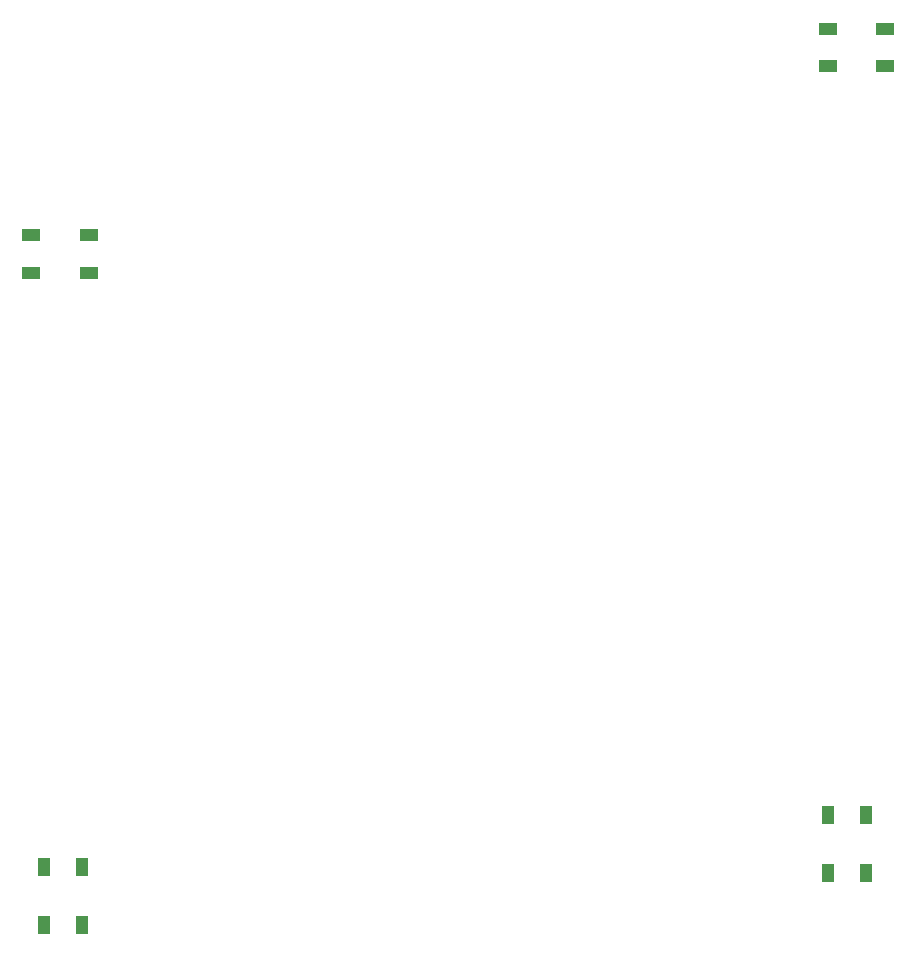
<source format=gbp>
%TF.GenerationSoftware,KiCad,Pcbnew,(5.1.8)-1*%
%TF.CreationDate,2021-05-23T17:25:15+02:00*%
%TF.ProjectId,HERMES PCB,4845524d-4553-4205-9043-422e6b696361,rev?*%
%TF.SameCoordinates,Original*%
%TF.FileFunction,Paste,Bot*%
%TF.FilePolarity,Positive*%
%FSLAX46Y46*%
G04 Gerber Fmt 4.6, Leading zero omitted, Abs format (unit mm)*
G04 Created by KiCad (PCBNEW (5.1.8)-1) date 2021-05-23 17:25:15*
%MOMM*%
%LPD*%
G01*
G04 APERTURE LIST*
%ADD10R,1.500000X1.000000*%
%ADD11R,1.000000X1.500000*%
G04 APERTURE END LIST*
D10*
%TO.C,LED4*%
X69781250Y-79387500D03*
X69781250Y-76187500D03*
X74681250Y-79387500D03*
X74681250Y-76187500D03*
%TD*%
D11*
%TO.C,LED3*%
X70917000Y-129757000D03*
X74117000Y-129757000D03*
X70917000Y-134657000D03*
X74117000Y-134657000D03*
%TD*%
%TO.C,LED2*%
X140506250Y-130243750D03*
X137306250Y-130243750D03*
X140506250Y-125343750D03*
X137306250Y-125343750D03*
%TD*%
D10*
%TO.C,LED1*%
X142150000Y-58725000D03*
X142150000Y-61925000D03*
X137250000Y-58725000D03*
X137250000Y-61925000D03*
%TD*%
M02*

</source>
